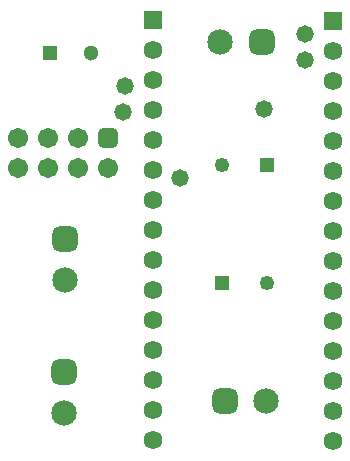
<source format=gts>
G04*
G04 #@! TF.GenerationSoftware,Altium Limited,Altium Designer,25.5.2 (35)*
G04*
G04 Layer_Color=8388736*
%FSLAX44Y44*%
%MOMM*%
G71*
G04*
G04 #@! TF.SameCoordinates,1DA6FF14-1162-4EBA-B803-9B090E078ADF*
G04*
G04*
G04 #@! TF.FilePolarity,Negative*
G04*
G01*
G75*
%ADD14C,2.1532*%
G04:AMPARAMS|DCode=15|XSize=2.1532mm|YSize=2.1532mm|CornerRadius=0.5891mm|HoleSize=0mm|Usage=FLASHONLY|Rotation=180.000|XOffset=0mm|YOffset=0mm|HoleType=Round|Shape=RoundedRectangle|*
%AMROUNDEDRECTD15*
21,1,2.1532,0.9750,0,0,180.0*
21,1,0.9750,2.1532,0,0,180.0*
1,1,1.1782,-0.4875,0.4875*
1,1,1.1782,0.4875,0.4875*
1,1,1.1782,0.4875,-0.4875*
1,1,1.1782,-0.4875,-0.4875*
%
%ADD15ROUNDEDRECTD15*%
G04:AMPARAMS|DCode=16|XSize=2.1532mm|YSize=2.1532mm|CornerRadius=0.5891mm|HoleSize=0mm|Usage=FLASHONLY|Rotation=270.000|XOffset=0mm|YOffset=0mm|HoleType=Round|Shape=RoundedRectangle|*
%AMROUNDEDRECTD16*
21,1,2.1532,0.9750,0,0,270.0*
21,1,0.9750,2.1532,0,0,270.0*
1,1,1.1782,-0.4875,-0.4875*
1,1,1.1782,-0.4875,0.4875*
1,1,1.1782,0.4875,0.4875*
1,1,1.1782,0.4875,-0.4875*
%
%ADD16ROUNDEDRECTD16*%
%ADD17C,1.2500*%
%ADD18R,1.2500X1.2500*%
%ADD19C,1.5900*%
%ADD20R,1.5900X1.5900*%
G04:AMPARAMS|DCode=21|XSize=1.7032mm|YSize=1.7032mm|CornerRadius=0.4766mm|HoleSize=0mm|Usage=FLASHONLY|Rotation=180.000|XOffset=0mm|YOffset=0mm|HoleType=Round|Shape=RoundedRectangle|*
%AMROUNDEDRECTD21*
21,1,1.7032,0.7500,0,0,180.0*
21,1,0.7500,1.7032,0,0,180.0*
1,1,0.9532,-0.3750,0.3750*
1,1,0.9532,0.3750,0.3750*
1,1,0.9532,0.3750,-0.3750*
1,1,0.9532,-0.3750,-0.3750*
%
%ADD21ROUNDEDRECTD21*%
%ADD22C,1.7032*%
%ADD23C,1.3000*%
%ADD24R,1.3000X1.3000*%
%ADD25C,1.4732*%
D14*
X1375500Y911500D02*
D03*
X1414000Y607000D02*
D03*
X1243250Y597000D02*
D03*
X1243500Y709500D02*
D03*
D15*
X1410500Y911500D02*
D03*
X1379000Y607000D02*
D03*
D16*
X1243250Y632000D02*
D03*
X1243500Y744500D02*
D03*
D17*
X1415000Y707250D02*
D03*
X1376500Y807250D02*
D03*
D18*
X1415000D02*
D03*
X1376500Y707250D02*
D03*
D19*
X1470500Y573650D02*
D03*
Y599050D02*
D03*
Y624450D02*
D03*
Y649850D02*
D03*
Y675250D02*
D03*
Y700650D02*
D03*
Y726050D02*
D03*
Y751450D02*
D03*
Y776850D02*
D03*
Y802250D02*
D03*
Y827650D02*
D03*
Y853050D02*
D03*
Y878450D02*
D03*
Y903850D02*
D03*
X1318250Y574050D02*
D03*
Y599450D02*
D03*
Y624850D02*
D03*
Y650250D02*
D03*
Y675650D02*
D03*
Y701050D02*
D03*
Y726450D02*
D03*
Y751850D02*
D03*
Y777250D02*
D03*
Y802650D02*
D03*
Y828050D02*
D03*
Y853450D02*
D03*
Y878850D02*
D03*
Y904250D02*
D03*
D20*
X1470500Y929250D02*
D03*
X1318250Y929650D02*
D03*
D21*
X1280600Y829450D02*
D03*
D22*
Y804050D02*
D03*
X1255200Y829450D02*
D03*
Y804050D02*
D03*
X1229800Y829450D02*
D03*
X1204400D02*
D03*
X1229800Y804050D02*
D03*
X1204400D02*
D03*
D23*
X1265750Y901750D02*
D03*
D24*
X1230750D02*
D03*
D25*
X1293250Y851750D02*
D03*
X1412000Y854750D02*
D03*
X1341500Y795750D02*
D03*
X1446750Y918250D02*
D03*
X1295000Y874250D02*
D03*
X1447250Y896000D02*
D03*
M02*

</source>
